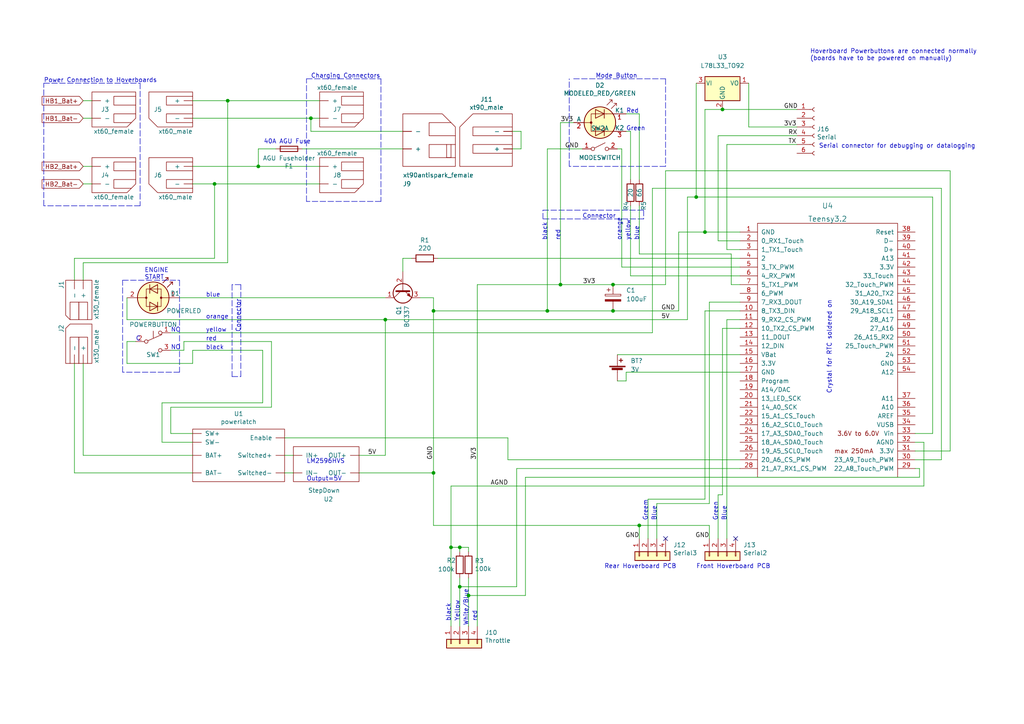
<source format=kicad_sch>
(kicad_sch (version 20211123) (generator eeschema)
  (paper "A4")
  (lib_symbols
    (symbol "Bobbycar_components:StepDown" (pin_names (offset 1.016))
      (property "Reference" "U" (at -1.27 0 0))
      (property "Value" "StepDown" (at 0 6.35 0))
      (symbol "StepDown_0_1"
        (rectangle (start -10.16 5.08) (end 8.89 -5.08))
      )
      (symbol "StepDown_1_1"
        (pin power_in line (at -10.16 2.54 0) (length 2.54) (name "IN+") (number "~"))
        (pin power_in line (at -10.16 -2.54 0) (length 2.54) (name "IN-") (number "~"))
        (pin power_out line (at 8.89 2.54 180) (length 2.54) (name "OUT+") (number "~"))
        (pin power_out line (at 8.89 -2.54 180) (length 2.54) (name "OUT-") (number "~"))
      )
    )
    (symbol "Bobbycar_components:powerlatch" (pin_names (offset 1.016))
      (property "Reference" "U" (at -1.27 6.35 0))
      (property "Value" "powerlatch" (at 0 10.16 0))
      (symbol "powerlatch_0_1"
        (rectangle (start -12.7 8.89) (end 13.97 -6.35))
      )
      (symbol "powerlatch_1_1"
        (pin power_in line (at -12.7 1.27 0) (length 2.54) (name "BAT+") (number "~"))
        (pin power_in line (at -12.7 -3.81 0) (length 2.54) (name "BAT-") (number "~"))
        (pin input line (at 13.97 6.35 180) (length 2.54) (name "Enable") (number "~"))
        (pin input line (at -12.7 7.62 0) (length 2.54) (name "SW+") (number "~"))
        (pin input line (at -12.7 5.08 0) (length 2.54) (name "SW-") (number "~"))
        (pin power_in line (at 13.97 1.27 180) (length 2.54) (name "Switched+") (number "~"))
        (pin power_in line (at 13.97 -3.81 180) (length 2.54) (name "Switched-") (number "~"))
      )
    )
    (symbol "Bobbycar_components:xt30_female" (pin_names (offset 1.016))
      (property "Reference" "J" (at 0 15.24 0))
      (property "Value" "xt30_female" (at 0 12.7 0))
      (symbol "xt30_female_0_1"
        (polyline (pts (xy -2.54 11.43) (xy -2.54 6.35) (xy 0 6.35) (xy 0 11.43)))
        (polyline (pts (xy 0 11.43) (xy 0 6.35) (xy 2.54 6.35) (xy 2.54 11.43)))
      )
      (symbol "xt30_female_1_1"
        (polyline (pts (xy -3.81 0) (xy 3.81 0) (xy 3.81 11.43) (xy -2.54 11.43) (xy -3.81 10.16) (xy -3.81 0)))
        (pin power_out line (at 1.27 0 90) (length 2.54) (name "+") (number "~"))
        (pin power_out line (at -1.27 0 90) (length 2.54) (name "-") (number "~"))
      )
    )
    (symbol "Bobbycar_components:xt30_male" (pin_names (offset 1.016))
      (property "Reference" "J" (at 0 16.51 0))
      (property "Value" "xt30_male" (at 0 13.97 0))
      (symbol "xt30_male_0_1"
        (polyline (pts (xy -2.54 0) (xy -2.54 7.62) (xy 0 7.62) (xy 0 0)))
        (polyline (pts (xy 0 0) (xy 0 7.62) (xy 2.54 7.62) (xy 2.54 0)))
        (polyline (pts (xy -3.81 0) (xy 3.81 0) (xy 3.81 11.43) (xy -2.54 11.43) (xy -3.81 10.16) (xy -3.81 0)))
      )
      (symbol "xt30_male_1_1"
        (pin power_in line (at 1.27 0 90) (length 2.54) (name "+") (number "~"))
        (pin power_in line (at -1.27 0 90) (length 2.54) (name "-") (number "~"))
      )
    )
    (symbol "Bobbycar_components:xt60_female" (pin_names (offset 1.016))
      (property "Reference" "J" (at 0 11.43 0))
      (property "Value" "xt60_female" (at 0 13.97 0))
      (symbol "xt60_female_0_1"
        (polyline (pts (xy -3.81 11.43) (xy -3.81 6.35) (xy -1.27 6.35) (xy -1.27 12.7)))
        (polyline (pts (xy 1.27 12.7) (xy 1.27 6.35) (xy 3.81 6.35) (xy 3.81 12.7)))
      )
      (symbol "xt60_female_1_1"
        (polyline (pts (xy -5.08 0) (xy -5.08 10.16) (xy -2.54 12.7) (xy 5.08 12.7) (xy 5.08 0) (xy -5.08 0)))
        (pin power_out line (at 2.54 0 90) (length 2.54) (name "+") (number "~"))
        (pin power_out line (at -2.54 0 90) (length 2.54) (name "-") (number "~"))
      )
    )
    (symbol "Bobbycar_components:xt60_male" (pin_names (offset 1.016))
      (property "Reference" "J" (at 0 11.43 0))
      (property "Value" "xt60_male" (at 0 13.97 0))
      (symbol "xt60_male_0_1"
        (polyline (pts (xy -3.81 0) (xy -3.81 7.62) (xy -1.27 7.62) (xy -1.27 0)))
        (polyline (pts (xy 1.27 0) (xy 1.27 7.62) (xy 3.81 7.62) (xy 3.81 0)))
        (polyline (pts (xy -5.08 0) (xy -5.08 10.16) (xy -2.54 12.7) (xy 5.08 12.7) (xy 5.08 0) (xy -5.08 0)))
      )
      (symbol "xt60_male_1_1"
        (pin power_in line (at 2.54 0 90) (length 2.54) (name "+") (number "~"))
        (pin power_in line (at -2.54 0 90) (length 2.54) (name "-") (number "~"))
      )
    )
    (symbol "Bobbycar_components:xt90_male" (pin_names (offset 1.016))
      (property "Reference" "J" (at 0 19.05 0))
      (property "Value" "xt90_male" (at 0 16.51 0))
      (symbol "xt90_male_0_1"
        (polyline (pts (xy -3.81 0) (xy -3.81 11.43) (xy -1.27 11.43) (xy -1.27 0)))
        (polyline (pts (xy 1.27 0) (xy 1.27 11.43) (xy 3.81 11.43) (xy 3.81 0)))
      )
      (symbol "xt90_male_1_1"
        (polyline (pts (xy -7.62 0) (xy 7.62 0) (xy 7.62 15.24) (xy -3.81 15.24) (xy -7.62 11.43) (xy -7.62 0)))
        (pin power_in line (at 2.54 0 90) (length 2.54) (name "+") (number "~"))
        (pin power_in line (at -2.54 0 90) (length 2.54) (name "-") (number "~"))
      )
    )
    (symbol "Bobbycar_components:xt90antispark_female" (pin_names (offset 1.016))
      (property "Reference" "J" (at 0 16.51 0))
      (property "Value" "xt90antispark_female" (at 1.27 19.05 0))
      (symbol "xt90antispark_female_0_1"
        (polyline (pts (xy -5.08 13.97) (xy -5.08 7.62) (xy -1.27 7.62) (xy -1.27 15.24)))
        (polyline (pts (xy 1.27 13.97) (xy 5.08 13.97) (xy 5.08 12.7) (xy 1.27 12.7)))
        (polyline (pts (xy 1.27 15.24) (xy 1.27 7.62) (xy 5.08 7.62) (xy 5.08 15.24)))
        (polyline (pts (xy -7.62 0) (xy 7.62 0) (xy 7.62 15.24) (xy -3.81 15.24) (xy -7.62 11.43) (xy -7.62 0)))
      )
      (symbol "xt90antispark_female_1_1"
        (pin power_out line (at 2.54 0 90) (length 2.54) (name "+") (number "~"))
        (pin power_out line (at -2.54 0 90) (length 2.54) (name "-") (number "~"))
      )
    )
    (symbol "Bobbycar_wiring-rescue:LED_Dual_2pin-Device" (pin_names (offset 0) hide)
      (property "Reference" "D" (at 0 5.715 0))
      (property "Value" "LED_Dual_2pin-Device" (at 0 -6.35 0))
      (symbol "LED_Dual_2pin-Device_0_1"
        (circle (center -2.032 0) (radius 0.254) (fill (type outline)))
        (polyline (pts (xy -4.572 0) (xy -2.54 0)))
        (polyline (pts (xy -2.032 0) (xy -2.54 0)))
        (polyline (pts (xy -1.016 3.81) (xy -1.016 1.27)) (stroke (width 0.2032)))
        (polyline (pts (xy 1.27 -1.27) (xy 1.27 -3.81)) (stroke (width 0.2032)))
        (polyline (pts (xy 4.064 0) (xy 2.286 0)) (fill (type outline)))
        (polyline (pts (xy 4.318 5.842) (xy 4.318 5.08)) (stroke (width 0.2032)))
        (polyline (pts (xy 5.588 4.572) (xy 5.588 3.81)) (stroke (width 0.2032)))
        (polyline (pts (xy 2.794 4.318) (xy 4.318 5.842) (xy 3.556 5.842)) (stroke (width 0.2032)))
        (polyline (pts (xy 4.064 3.048) (xy 5.588 4.572) (xy 4.826 4.572)) (stroke (width 0.2032)))
        (polyline (pts (xy -1.016 -1.27) (xy -1.016 -3.81) (xy 1.27 -2.54) (xy -1.016 -1.27)) (stroke (width 0.2032)))
        (polyline (pts (xy 1.27 3.81) (xy 1.27 1.27) (xy -1.016 2.54) (xy 1.27 3.81)) (stroke (width 0.2032)))
        (polyline (pts (xy 2.286 2.54) (xy -2.032 2.54) (xy -2.032 -2.54) (xy 2.286 -2.54) (xy 2.286 2.54)))
        (circle (center 0 0) (radius 4.572) (stroke (width 0.254)) (fill (type background)))
        (circle (center 2.286 0) (radius 0.254) (fill (type outline)))
      )
      (symbol "LED_Dual_2pin-Device_1_1"
        (pin input line (at 7.62 0 180) (length 3.81) (name "KA") (number "1"))
        (pin input line (at -7.62 0 0) (length 3.048) (name "AK") (number "2"))
      )
    )
    (symbol "Bobbycar_wiring-rescue:LED_Dual_CAC-Device" (pin_names (offset 0))
      (property "Reference" "D" (at 0 5.715 0))
      (property "Value" "LED_Dual_CAC-Device" (at 0 -6.35 0))
      (symbol "LED_Dual_CAC-Device_0_1"
        (circle (center -2.54 0) (radius 0.2794) (fill (type outline)))
        (polyline (pts (xy -4.572 0) (xy -2.54 0)))
        (polyline (pts (xy 1.27 -1.27) (xy 1.27 -3.81)) (stroke (width 0.2032)))
        (polyline (pts (xy 1.27 3.81) (xy 1.27 1.27)) (stroke (width 0.2032)))
        (polyline (pts (xy 3.81 -2.54) (xy 1.905 -2.54)))
        (polyline (pts (xy 3.81 2.54) (xy 1.905 2.54)))
        (polyline (pts (xy -1.27 -1.27) (xy -1.27 -3.81) (xy 1.27 -2.54) (xy -1.27 -1.27)) (stroke (width 0.2032)))
        (polyline (pts (xy -1.27 3.81) (xy -1.27 1.27) (xy 1.27 2.54) (xy -1.27 3.81)) (stroke (width 0.2032)))
        (polyline (pts (xy 2.032 2.54) (xy -2.54 2.54) (xy -2.54 -2.54) (xy 2.032 -2.54)))
        (polyline (pts (xy 2.032 5.08) (xy 3.556 6.604) (xy 2.794 6.604) (xy 3.556 6.604) (xy 3.556 5.842)))
        (polyline (pts (xy 3.302 4.064) (xy 4.826 5.588) (xy 4.064 5.588) (xy 4.826 5.588) (xy 4.826 4.826)))
        (circle (center 0 0) (radius 4.572) (stroke (width 0.254)) (fill (type background)))
      )
      (symbol "LED_Dual_CAC-Device_1_1"
        (pin input line (at 7.62 2.54 180) (length 3.81) (name "K1") (number "1"))
        (pin input line (at -7.62 0 0) (length 3.048) (name "A") (number "2"))
        (pin input line (at 7.62 -2.54 180) (length 3.81) (name "K2") (number "3"))
      )
    )
    (symbol "Bobbycar_wiring-rescue:SW_DPST_x2-Switch" (pin_names (offset 0) hide)
      (property "Reference" "SW" (at 0 3.175 0))
      (property "Value" "SW_DPST_x2-Switch" (at 0 -2.54 0))
      (symbol "SW_DPST_x2-Switch_0_0"
        (circle (center -2.032 0) (radius 0.508))
        (polyline (pts (xy -1.524 0.254) (xy 1.524 1.778)))
        (circle (center 2.032 0) (radius 0.508))
      )
      (symbol "SW_DPST_x2-Switch_1_1"
        (pin passive line (at -5.08 0 0) (length 2.54) (name "A") (number "1"))
        (pin passive line (at 5.08 0 180) (length 2.54) (name "B") (number "2"))
      )
      (symbol "SW_DPST_x2-Switch_2_1"
        (pin input line (at -5.08 0 0) (length 2.54) (name "A") (number "3"))
        (pin input line (at 5.08 0 180) (length 2.54) (name "B") (number "4"))
      )
    )
    (symbol "Connector:Conn_01x06_Female" (pin_names (offset 1.016) hide)
      (property "Reference" "J" (at 0 7.62 0))
      (property "Value" "Conn_01x06_Female" (at 0 -10.16 0))
      (symbol "Conn_01x06_Female_1_1"
        (arc (start 0 -7.112) (mid -0.508 -7.62) (end 0 -8.128) (stroke (width 0.1524)))
        (arc (start 0 -4.572) (mid -0.508 -5.08) (end 0 -5.588) (stroke (width 0.1524)))
        (arc (start 0 -2.032) (mid -0.508 -2.54) (end 0 -3.048) (stroke (width 0.1524)))
        (polyline (pts (xy -1.27 -7.62) (xy -0.508 -7.62)) (stroke (width 0.1524)))
        (polyline (pts (xy -1.27 -5.08) (xy -0.508 -5.08)) (stroke (width 0.1524)))
        (polyline (pts (xy -1.27 -2.54) (xy -0.508 -2.54)) (stroke (width 0.1524)))
        (polyline (pts (xy -1.27 0) (xy -0.508 0)) (stroke (width 0.1524)))
        (polyline (pts (xy -1.27 2.54) (xy -0.508 2.54)) (stroke (width 0.1524)))
        (polyline (pts (xy -1.27 5.08) (xy -0.508 5.08)) (stroke (width 0.1524)))
        (arc (start 0 0.508) (mid -0.508 0) (end 0 -0.508) (stroke (width 0.1524)))
        (arc (start 0 3.048) (mid -0.508 2.54) (end 0 2.032) (stroke (width 0.1524)))
        (arc (start 0 5.588) (mid -0.508 5.08) (end 0 4.572) (stroke (width 0.1524)))
        (pin passive line (at -5.08 5.08 0) (length 3.81) (name "Pin_1") (number "1"))
        (pin passive line (at -5.08 2.54 0) (length 3.81) (name "Pin_2") (number "2"))
        (pin passive line (at -5.08 0 0) (length 3.81) (name "Pin_3") (number "3"))
        (pin passive line (at -5.08 -2.54 0) (length 3.81) (name "Pin_4") (number "4"))
        (pin passive line (at -5.08 -5.08 0) (length 3.81) (name "Pin_5") (number "5"))
        (pin passive line (at -5.08 -7.62 0) (length 3.81) (name "Pin_6") (number "6"))
      )
    )
    (symbol "Connector_Generic:Conn_01x04" (pin_names (offset 1.016) hide)
      (property "Reference" "J" (at 0 5.08 0))
      (property "Value" "Conn_01x04" (at 0 -7.62 0))
      (symbol "Conn_01x04_1_1"
        (rectangle (start -1.27 -4.953) (end 0 -5.207) (stroke (width 0.1524)))
        (rectangle (start -1.27 -2.413) (end 0 -2.667) (stroke (width 0.1524)))
        (rectangle (start -1.27 0.127) (end 0 -0.127) (stroke (width 0.1524)))
        (rectangle (start -1.27 2.667) (end 0 2.413) (stroke (width 0.1524)))
        (rectangle (start -1.27 3.81) (end 1.27 -6.35) (stroke (width 0.254)) (fill (type background)))
        (pin passive line (at -5.08 2.54 0) (length 3.81) (name "Pin_1") (number "1"))
        (pin passive line (at -5.08 0 0) (length 3.81) (name "Pin_2") (number "2"))
        (pin passive line (at -5.08 -2.54 0) (length 3.81) (name "Pin_3") (number "3"))
        (pin passive line (at -5.08 -5.08 0) (length 3.81) (name "Pin_4") (number "4"))
      )
    )
    (symbol "Device:Battery_Cell" (pin_numbers hide) (pin_names (offset 0) hide)
      (property "Reference" "BT" (at 2.54 2.54 0))
      (property "Value" "Battery_Cell" (at 2.54 0 0))
      (symbol "Battery_Cell_0_1"
        (rectangle (start -2.286 1.778) (end 2.286 1.524) (fill (type outline)))
        (rectangle (start -1.5748 1.1938) (end 1.4732 0.6858) (fill (type outline)))
        (polyline (pts (xy 0 0.762) (xy 0 0)))
        (polyline (pts (xy 0 1.778) (xy 0 2.54)))
        (polyline (pts (xy 0.508 3.429) (xy 1.524 3.429)) (stroke (width 0.254)))
        (polyline (pts (xy 1.016 3.937) (xy 1.016 2.921)) (stroke (width 0.254)))
      )
      (symbol "Battery_Cell_1_1"
        (pin passive line (at 0 5.08 270) (length 2.54) (name "+") (number "1"))
        (pin passive line (at 0 -2.54 90) (length 2.54) (name "-") (number "2"))
      )
    )
    (symbol "Device:C_Polarized" (pin_numbers hide) (pin_names (offset 0.254))
      (property "Reference" "C" (at 0.635 2.54 0))
      (property "Value" "C_Polarized" (at 0.635 -2.54 0))
      (symbol "C_Polarized_0_1"
        (rectangle (start -2.286 0.508) (end 2.286 1.016))
        (polyline (pts (xy -1.778 2.286) (xy -0.762 2.286)))
        (polyline (pts (xy -1.27 2.794) (xy -1.27 1.778)))
        (rectangle (start 2.286 -0.508) (end -2.286 -1.016) (fill (type outline)))
      )
      (symbol "C_Polarized_1_1"
        (pin passive line (at 0 3.81 270) (length 2.794) (name "~") (number "1"))
        (pin passive line (at 0 -3.81 90) (length 2.794) (name "~") (number "2"))
      )
    )
    (symbol "Device:Fuse" (pin_numbers hide) (pin_names (offset 0))
      (property "Reference" "F" (at 2.032 0 90))
      (property "Value" "Fuse" (at -1.905 0 90))
      (symbol "Fuse_0_1"
        (rectangle (start -0.762 -2.54) (end 0.762 2.54) (stroke (width 0.254)))
        (polyline (pts (xy 0 2.54) (xy 0 -2.54)))
      )
      (symbol "Fuse_1_1"
        (pin passive line (at 0 3.81 270) (length 1.27) (name "~") (number "1"))
        (pin passive line (at 0 -3.81 90) (length 1.27) (name "~") (number "2"))
      )
    )
    (symbol "Device:R" (pin_numbers hide) (pin_names (offset 0))
      (property "Reference" "R" (at 2.032 0 90))
      (property "Value" "R" (at 0 0 90))
      (symbol "R_0_1"
        (rectangle (start -1.016 -2.54) (end 1.016 2.54) (stroke (width 0.254)))
      )
      (symbol "R_1_1"
        (pin passive line (at 0 3.81 270) (length 1.27) (name "~") (number "1"))
        (pin passive line (at 0 -3.81 90) (length 1.27) (name "~") (number "2"))
      )
    )
    (symbol "Regulator_Linear:L78L33_TO92" (pin_names (offset 0.254))
      (property "Reference" "U" (at -3.81 3.175 0))
      (property "Value" "L78L33_TO92" (at 0 3.175 0))
      (symbol "L78L33_TO92_0_1"
        (rectangle (start -5.08 -5.08) (end 5.08 1.905) (stroke (width 0.254)) (fill (type background)))
      )
      (symbol "L78L33_TO92_1_1"
        (pin power_out line (at 7.62 0 180) (length 2.54) (name "VO") (number "1"))
        (pin power_in line (at 0 -7.62 90) (length 2.54) (name "GND") (number "2"))
        (pin power_in line (at -7.62 0 0) (length 2.54) (name "VI") (number "3"))
      )
    )
    (symbol "Switch:SW_Push_SPDT" (pin_names (offset 0) hide)
      (property "Reference" "SW" (at 0 4.318 0))
      (property "Value" "SW_Push_SPDT" (at 0 -5.08 0))
      (symbol "SW_Push_SPDT_0_0"
        (circle (center -2.032 0) (radius 0.508))
        (polyline (pts (xy 0 1.016) (xy 0 3.048)))
        (circle (center 2.032 -2.54) (radius 0.508))
      )
      (symbol "SW_Push_SPDT_0_1"
        (polyline (pts (xy -1.524 0.254) (xy 2.54 2.032)))
        (circle (center 2.032 2.54) (radius 0.508))
      )
      (symbol "SW_Push_SPDT_1_1"
        (pin passive line (at 5.08 2.54 180) (length 2.54) (name "A") (number "1"))
        (pin passive line (at -5.08 0 0) (length 2.54) (name "B") (number "2"))
        (pin passive line (at 5.08 -2.54 180) (length 2.54) (name "C") (number "3"))
      )
    )
    (symbol "Transistor_BJT:BC337" (pin_names (offset 0) hide)
      (property "Reference" "Q" (at 5.08 1.905 0))
      (property "Value" "BC337" (at 5.08 0 0))
      (symbol "BC337_0_1"
        (polyline (pts (xy 0 0) (xy 0.635 0)))
        (polyline (pts (xy 0.635 0.635) (xy 2.54 2.54)))
        (polyline (pts (xy 0.635 -0.635) (xy 2.54 -2.54) (xy 2.54 -2.54)))
        (polyline (pts (xy 0.635 1.905) (xy 0.635 -1.905) (xy 0.635 -1.905)) (stroke (width 0.508)))
        (polyline (pts (xy 1.27 -1.778) (xy 1.778 -1.27) (xy 2.286 -2.286) (xy 1.27 -1.778) (xy 1.27 -1.778)) (fill (type outline)))
        (circle (center 1.27 0) (radius 2.8194) (stroke (width 0.254)))
      )
      (symbol "BC337_1_1"
        (pin passive line (at 2.54 5.08 270) (length 2.54) (name "C") (number "1"))
        (pin input line (at -5.08 0 0) (length 5.08) (name "B") (number "2"))
        (pin passive line (at 2.54 -5.08 90) (length 2.54) (name "E") (number "3"))
      )
    )
    (symbol "teensy:Teensy3.2" (pin_names (offset 1.016))
      (property "Reference" "U" (at 0 39.37 0))
      (property "Value" "Teensy3.2" (at 0 -39.37 0))
      (symbol "Teensy3.2_0_0"
        (text "3.6V to 6.0V" (at 8.89 -24.13 0) (effects (font (size 1.27 1.27))))
        (text "max 250mA" (at 7.62 -29.21 0) (effects (font (size 1.27 1.27))))
      )
      (symbol "Teensy3.2_0_1"
        (rectangle (start -20.32 -36.83) (end 20.32 36.83))
      )
      (symbol "Teensy3.2_1_1"
        (pin power_in line (at -25.4 34.29 0) (length 5.08) (name "GND") (number "1"))
        (pin bidirectional line (at -25.4 11.43 0) (length 5.08) (name "8_TX3_DIN") (number "10"))
        (pin bidirectional line (at -25.4 8.89 0) (length 5.08) (name "9_RX2_CS_PWM") (number "11"))
        (pin bidirectional line (at -25.4 6.35 0) (length 5.08) (name "10_TX2_CS_PWM") (number "12"))
        (pin bidirectional line (at -25.4 3.81 0) (length 5.08) (name "11_DOUT") (number "13"))
        (pin bidirectional line (at -25.4 1.27 0) (length 5.08) (name "12_DIN") (number "14"))
        (pin power_in line (at -25.4 -1.27 0) (length 5.08) (name "VBat") (number "15"))
        (pin power_out line (at -25.4 -3.81 0) (length 5.08) (name "3.3V") (number "16"))
        (pin power_in line (at -25.4 -6.35 0) (length 5.08) (name "GND") (number "17"))
        (pin input line (at -25.4 -8.89 0) (length 5.08) (name "Program") (number "18"))
        (pin bidirectional line (at -25.4 -11.43 0) (length 5.08) (name "A14/DAC") (number "19"))
        (pin bidirectional line (at -25.4 31.75 0) (length 5.08) (name "0_RX1_Touch") (number "2"))
        (pin bidirectional line (at -25.4 -13.97 0) (length 5.08) (name "13_LED_SCK") (number "20"))
        (pin bidirectional line (at -25.4 -16.51 0) (length 5.08) (name "14_A0_SCK") (number "21"))
        (pin bidirectional line (at -25.4 -19.05 0) (length 5.08) (name "15_A1_CS_Touch") (number "22"))
        (pin bidirectional line (at -25.4 -21.59 0) (length 5.08) (name "16_A2_SCL0_Touch") (number "23"))
        (pin bidirectional line (at -25.4 -24.13 0) (length 5.08) (name "17_A3_SDA0_Touch") (number "24"))
        (pin bidirectional line (at -25.4 -26.67 0) (length 5.08) (name "18_A4_SDA0_Touch") (number "25"))
        (pin bidirectional line (at -25.4 -29.21 0) (length 5.08) (name "19_A5_SCL0_Touch") (number "26"))
        (pin bidirectional line (at -25.4 -31.75 0) (length 5.08) (name "20_A6_CS_PWM") (number "27"))
        (pin bidirectional line (at -25.4 -34.29 0) (length 5.08) (name "21_A7_RX1_CS_PWM") (number "28"))
        (pin bidirectional line (at 25.4 -34.29 180) (length 5.08) (name "22_A8_Touch_PWM") (number "29"))
        (pin bidirectional line (at -25.4 29.21 0) (length 5.08) (name "1_TX1_Touch") (number "3"))
        (pin bidirectional line (at 25.4 -31.75 180) (length 5.08) (name "23_A9_Touch_PWM") (number "30"))
        (pin power_out line (at 25.4 -29.21 180) (length 5.08) (name "3.3V") (number "31"))
        (pin power_out line (at 25.4 -26.67 180) (length 5.08) (name "AGND") (number "32"))
        (pin power_in line (at 25.4 -24.13 180) (length 5.08) (name "Vin") (number "33"))
        (pin power_in line (at 25.4 -21.59 180) (length 5.08) (name "VUSB") (number "34"))
        (pin input line (at 25.4 -19.05 180) (length 5.08) (name "AREF") (number "35"))
        (pin bidirectional line (at 25.4 -16.51 180) (length 5.08) (name "A10") (number "36"))
        (pin bidirectional line (at 25.4 -13.97 180) (length 5.08) (name "A11") (number "37"))
        (pin input line (at 25.4 34.29 180) (length 5.08) (name "Reset") (number "38"))
        (pin bidirectional line (at 25.4 31.75 180) (length 5.08) (name "D-") (number "39"))
        (pin bidirectional line (at -25.4 26.67 0) (length 5.08) (name "2") (number "4"))
        (pin bidirectional line (at 25.4 29.21 180) (length 5.08) (name "D+") (number "40"))
        (pin bidirectional line (at 25.4 26.67 180) (length 5.08) (name "A13") (number "41"))
        (pin power_out line (at 25.4 24.13 180) (length 5.08) (name "3.3V") (number "42"))
        (pin bidirectional line (at 25.4 21.59 180) (length 5.08) (name "33_Touch") (number "43"))
        (pin bidirectional line (at 25.4 19.05 180) (length 5.08) (name "32_Touch_PWM") (number "44"))
        (pin bidirectional line (at 25.4 16.51 180) (length 5.08) (name "31_A20_TX2") (number "45"))
        (pin bidirectional line (at 25.4 13.97 180) (length 5.08) (name "30_A19_SDA1") (number "46"))
        (pin bidirectional line (at 25.4 11.43 180) (length 5.08) (name "29_A18_SCL1") (number "47"))
        (pin bidirectional line (at 25.4 8.89 180) (length 5.08) (name "28_A17") (number "48"))
        (pin bidirectional line (at 25.4 6.35 180) (length 5.08) (name "27_A16") (number "49"))
        (pin bidirectional line (at -25.4 24.13 0) (length 5.08) (name "3_TX_PWM") (number "5"))
        (pin bidirectional line (at 25.4 3.81 180) (length 5.08) (name "26_A15_RX2") (number "50"))
        (pin bidirectional line (at 25.4 1.27 180) (length 5.08) (name "25_Touch_PWM") (number "51"))
        (pin bidirectional line (at 25.4 -1.27 180) (length 5.08) (name "24") (number "52"))
        (pin power_in line (at 25.4 -3.81 180) (length 5.08) (name "GND") (number "53"))
        (pin bidirectional line (at 25.4 -6.35 180) (length 5.08) (name "A12") (number "54"))
        (pin bidirectional line (at -25.4 21.59 0) (length 5.08) (name "4_RX_PWM") (number "6"))
        (pin bidirectional line (at -25.4 19.05 0) (length 5.08) (name "5_TX1_PWM") (number "7"))
        (pin bidirectional line (at -25.4 16.51 0) (length 5.08) (name "6_PWM") (number "8"))
        (pin bidirectional line (at -25.4 13.97 0) (length 5.08) (name "7_RX3_DOUT") (number "9"))
      )
    )
  )
  (junction (at 62.23 53.34))
  (junction (at 90.17 34.29))
  (junction (at 111.76 92.71))
  (junction (at 130.81 158.75))
  (junction (at 125.73 137.16))
  (junction (at 185.42 152.4))
  (junction (at 133.35 170.18))
  (junction (at 125.73 90.17))
  (junction (at 133.35 158.75))
  (junction (at 74.93 48.26))
  (junction (at 162.56 82.55))
  (junction (at 209.55 31.75))
  (junction (at 158.75 90.17))
  (junction (at 204.47 67.31))
  (junction (at 177.8 82.55))
  (junction (at 201.93 57.15))
  (junction (at 177.8 90.17))
  (junction (at 66.04 29.21))
  (junction (at 135.89 172.72))
  (no_connect (at 213.36 156.21))
  (no_connect (at 193.04 156.21))
  (wire (pts (xy 85.09 132.08) (xy 82.55 132.08)))
  (wire (pts (xy 55.88 101.6) (xy 76.2 101.6)))
  (wire (pts (xy 62.23 53.34) (xy 62.23 74.93)))
  (wire (pts (xy 181.61 38.1) (xy 182.88 38.1)))
  (wire (pts (xy 151.13 43.18) (xy 148.59 43.18)))
  (wire (pts (xy 74.93 43.18) (xy 74.93 48.26)))
  (polyline (pts (xy 12.7 59.69) (xy 12.7 24.13)))
  (wire (pts (xy 265.43 130.81) (xy 275.59 130.81)))
  (wire (pts (xy 265.43 125.73) (xy 270.51 125.73)))
  (wire (pts (xy 133.35 167.64) (xy 133.35 170.18)))
  (wire (pts (xy 135.89 172.72) (xy 135.89 181.61)))
  (wire (pts (xy 49.53 118.11) (xy 49.53 125.73)))
  (wire (pts (xy 55.88 125.73) (xy 49.53 125.73)))
  (polyline (pts (xy 67.31 82.55) (xy 67.31 109.22)))
  (wire (pts (xy 21.59 137.16) (xy 21.59 105.41)))
  (wire (pts (xy 26.67 53.34) (xy 24.13 53.34)))
  (wire (pts (xy 24.13 48.26) (xy 26.67 48.26)))
  (wire (pts (xy 135.89 158.75) (xy 135.89 160.02)))
  (wire (pts (xy 209.55 95.25) (xy 209.55 143.51)))
  (wire (pts (xy 66.04 29.21) (xy 66.04 76.2)))
  (wire (pts (xy 127 74.93) (xy 214.63 74.93)))
  (wire (pts (xy 111.76 92.71) (xy 111.76 132.08)))
  (wire (pts (xy 265.43 135.89) (xy 266.7 135.89)))
  (wire (pts (xy 177.8 82.55) (xy 162.56 82.55)))
  (polyline (pts (xy 52.07 81.28) (xy 52.07 107.95)))
  (wire (pts (xy 214.63 82.55) (xy 212.09 82.55)))
  (wire (pts (xy 212.09 73.66) (xy 185.42 73.66)))
  (polyline (pts (xy 186.69 60.96) (xy 186.69 63.5)))
  (polyline (pts (xy 40.64 24.13) (xy 40.64 59.69)))
  (wire (pts (xy 148.59 38.1) (xy 151.13 38.1)))
  (wire (pts (xy 133.35 170.18) (xy 149.86 170.18)))
  (wire (pts (xy 55.88 105.41) (xy 55.88 101.6)))
  (wire (pts (xy 133.35 170.18) (xy 133.35 181.61)))
  (wire (pts (xy 185.42 152.4) (xy 185.42 156.21)))
  (wire (pts (xy 275.59 130.81) (xy 275.59 49.53)))
  (wire (pts (xy 209.55 143.51) (xy 208.28 143.51)))
  (wire (pts (xy 62.23 53.34) (xy 92.71 53.34)))
  (wire (pts (xy 24.13 76.2) (xy 24.13 81.28)))
  (wire (pts (xy 162.56 35.56) (xy 162.56 82.55)))
  (wire (pts (xy 158.75 43.18) (xy 168.91 43.18)))
  (wire (pts (xy 270.51 57.15) (xy 201.93 57.15)))
  (wire (pts (xy 78.74 118.11) (xy 49.53 118.11)))
  (wire (pts (xy 24.13 132.08) (xy 55.88 132.08)))
  (wire (pts (xy 76.2 101.6) (xy 76.2 116.84)))
  (wire (pts (xy 87.63 43.18) (xy 116.84 43.18)))
  (wire (pts (xy 125.73 90.17) (xy 158.75 90.17)))
  (wire (pts (xy 193.04 49.53) (xy 275.59 49.53)))
  (wire (pts (xy 66.04 29.21) (xy 92.71 29.21)))
  (polyline (pts (xy 157.48 60.96) (xy 186.69 60.96)))
  (wire (pts (xy 270.51 125.73) (xy 270.51 57.15)))
  (wire (pts (xy 214.63 77.47) (xy 180.34 77.47)))
  (wire (pts (xy 90.17 38.1) (xy 90.17 34.29)))
  (wire (pts (xy 193.04 49.53) (xy 193.04 82.55)))
  (wire (pts (xy 205.74 146.05) (xy 205.74 87.63)))
  (wire (pts (xy 177.8 90.17) (xy 196.85 90.17)))
  (wire (pts (xy 149.86 170.18) (xy 149.86 135.89)))
  (wire (pts (xy 190.5 156.21) (xy 190.5 146.05)))
  (wire (pts (xy 214.63 133.35) (xy 147.32 133.35)))
  (wire (pts (xy 267.97 128.27) (xy 265.43 128.27)))
  (wire (pts (xy 189.23 54.61) (xy 189.23 96.52)))
  (wire (pts (xy 36.83 92.71) (xy 36.83 86.36)))
  (wire (pts (xy 119.38 74.93) (xy 116.84 74.93)))
  (wire (pts (xy 205.74 152.4) (xy 205.74 156.21)))
  (wire (pts (xy 36.83 99.06) (xy 36.83 105.41)))
  (wire (pts (xy 76.2 116.84) (xy 46.99 116.84)))
  (wire (pts (xy 116.84 74.93) (xy 116.84 78.74)))
  (wire (pts (xy 217.17 24.13) (xy 217.17 36.83)))
  (wire (pts (xy 55.88 29.21) (xy 66.04 29.21)))
  (wire (pts (xy 24.13 29.21) (xy 26.67 29.21)))
  (wire (pts (xy 182.88 59.69) (xy 182.88 80.01)))
  (wire (pts (xy 209.55 31.75) (xy 231.14 31.75)))
  (polyline (pts (xy 69.85 109.22) (xy 69.85 82.55)))
  (wire (pts (xy 182.88 38.1) (xy 182.88 52.07)))
  (wire (pts (xy 208.28 69.85) (xy 208.28 39.37)))
  (wire (pts (xy 204.47 90.17) (xy 204.47 144.78)))
  (wire (pts (xy 55.88 137.16) (xy 21.59 137.16)))
  (wire (pts (xy 208.28 39.37) (xy 231.14 39.37)))
  (wire (pts (xy 78.74 99.06) (xy 78.74 118.11)))
  (polyline (pts (xy 165.1 48.26) (xy 165.1 22.86)))
  (wire (pts (xy 36.83 99.06) (xy 39.37 99.06)))
  (wire (pts (xy 125.73 86.36) (xy 125.73 90.17)))
  (wire (pts (xy 204.47 67.31) (xy 214.63 67.31)))
  (wire (pts (xy 214.63 90.17) (xy 204.47 90.17)))
  (wire (pts (xy 187.96 156.21) (xy 187.96 144.78)))
  (wire (pts (xy 80.01 43.18) (xy 74.93 43.18)))
  (wire (pts (xy 180.34 43.18) (xy 180.34 77.47)))
  (wire (pts (xy 74.93 48.26) (xy 92.71 48.26)))
  (polyline (pts (xy 52.07 107.95) (xy 35.56 107.95)))
  (wire (pts (xy 138.43 82.55) (xy 138.43 181.61)))
  (polyline (pts (xy 67.31 109.22) (xy 69.85 109.22)))
  (wire (pts (xy 265.43 133.35) (xy 273.05 133.35)))
  (polyline (pts (xy 40.64 59.69) (xy 12.7 59.69)))
  (wire (pts (xy 181.61 33.02) (xy 185.42 33.02)))
  (wire (pts (xy 52.07 86.36) (xy 111.76 86.36)))
  (polyline (pts (xy 88.9 22.86) (xy 110.49 22.86)))
  (wire (pts (xy 36.83 92.71) (xy 111.76 92.71)))
  (wire (pts (xy 46.99 116.84) (xy 46.99 128.27)))
  (wire (pts (xy 181.61 110.49) (xy 179.07 110.49)))
  (wire (pts (xy 55.88 48.26) (xy 74.93 48.26)))
  (wire (pts (xy 179.07 43.18) (xy 180.34 43.18)))
  (wire (pts (xy 199.39 57.15) (xy 199.39 92.71)))
  (wire (pts (xy 151.13 38.1) (xy 151.13 43.18)))
  (wire (pts (xy 130.81 181.61) (xy 130.81 158.75)))
  (wire (pts (xy 53.34 99.06) (xy 78.74 99.06)))
  (wire (pts (xy 21.59 74.93) (xy 62.23 74.93)))
  (wire (pts (xy 181.61 107.95) (xy 181.61 110.49)))
  (wire (pts (xy 204.47 31.75) (xy 209.55 31.75)))
  (wire (pts (xy 82.55 127) (xy 147.32 127)))
  (wire (pts (xy 162.56 35.56) (xy 166.37 35.56)))
  (wire (pts (xy 55.88 53.34) (xy 62.23 53.34)))
  (polyline (pts (xy 35.56 81.28) (xy 52.07 81.28)))
  (wire (pts (xy 158.75 90.17) (xy 177.8 90.17)))
  (wire (pts (xy 204.47 144.78) (xy 187.96 144.78)))
  (polyline (pts (xy 35.56 107.95) (xy 35.56 81.28)))
  (wire (pts (xy 199.39 92.71) (xy 111.76 92.71)))
  (wire (pts (xy 133.35 158.75) (xy 135.89 158.75)))
  (wire (pts (xy 190.5 146.05) (xy 205.74 146.05)))
  (wire (pts (xy 266.7 135.89) (xy 266.7 138.43)))
  (wire (pts (xy 179.07 102.87) (xy 214.63 102.87)))
  (wire (pts (xy 149.86 135.89) (xy 214.63 135.89)))
  (polyline (pts (xy 193.04 22.86) (xy 193.04 48.26)))
  (wire (pts (xy 214.63 80.01) (xy 182.88 80.01)))
  (wire (pts (xy 185.42 33.02) (xy 185.42 52.07)))
  (polyline (pts (xy 186.69 63.5) (xy 157.48 63.5)))
  (polyline (pts (xy 110.49 22.86) (xy 110.49 58.42)))
  (wire (pts (xy 85.09 137.16) (xy 82.55 137.16)))
  (polyline (pts (xy 110.49 58.42) (xy 88.9 58.42)))
  (wire (pts (xy 104.14 132.08) (xy 111.76 132.08)))
  (wire (pts (xy 46.99 128.27) (xy 55.88 128.27)))
  (wire (pts (xy 267.97 140.97) (xy 267.97 128.27)))
  (wire (pts (xy 205.74 87.63) (xy 214.63 87.63)))
  (wire (pts (xy 210.82 92.71) (xy 210.82 156.21)))
  (wire (pts (xy 210.82 41.91) (xy 210.82 72.39)))
  (wire (pts (xy 125.73 152.4) (xy 185.42 152.4)))
  (wire (pts (xy 217.17 36.83) (xy 231.14 36.83)))
  (wire (pts (xy 273.05 54.61) (xy 189.23 54.61)))
  (wire (pts (xy 130.81 158.75) (xy 130.81 140.97)))
  (wire (pts (xy 49.53 96.52) (xy 189.23 96.52)))
  (wire (pts (xy 201.93 24.13) (xy 201.93 57.15)))
  (wire (pts (xy 185.42 152.4) (xy 205.74 152.4)))
  (wire (pts (xy 147.32 133.35) (xy 147.32 127)))
  (polyline (pts (xy 69.85 82.55) (xy 67.31 82.55)))
  (wire (pts (xy 152.4 138.43) (xy 152.4 172.72)))
  (wire (pts (xy 49.53 101.6) (xy 53.34 101.6)))
  (wire (pts (xy 214.63 69.85) (xy 208.28 69.85)))
  (wire (pts (xy 208.28 143.51) (xy 208.28 156.21)))
  (wire (pts (xy 130.81 158.75) (xy 133.35 158.75)))
  (wire (pts (xy 130.81 140.97) (xy 267.97 140.97)))
  (wire (pts (xy 135.89 167.64) (xy 135.89 172.72)))
  (wire (pts (xy 24.13 105.41) (xy 24.13 132.08)))
  (wire (pts (xy 210.82 92.71) (xy 214.63 92.71)))
  (wire (pts (xy 214.63 95.25) (xy 209.55 95.25)))
  (polyline (pts (xy 193.04 48.26) (xy 165.1 48.26)))
  (wire (pts (xy 36.83 105.41) (xy 55.88 105.41)))
  (wire (pts (xy 158.75 43.18) (xy 158.75 90.17)))
  (polyline (pts (xy 157.48 63.5) (xy 157.48 60.96)))
  (polyline (pts (xy 12.7 24.13) (xy 40.64 24.13)))
  (wire (pts (xy 201.93 57.15) (xy 199.39 57.15)))
  (wire (pts (xy 196.85 90.17) (xy 196.85 67.31)))
  (wire (pts (xy 266.7 138.43) (xy 152.4 138.43)))
  (wire (pts (xy 135.89 172.72) (xy 152.4 172.72)))
  (wire (pts (xy 138.43 82.55) (xy 162.56 82.55)))
  (wire (pts (xy 125.73 90.17) (xy 125.73 137.16)))
  (wire (pts (xy 204.47 67.31) (xy 204.47 31.75)))
  (wire (pts (xy 121.92 86.36) (xy 125.73 86.36)))
  (wire (pts (xy 104.14 137.16) (xy 125.73 137.16)))
  (wire (pts (xy 116.84 38.1) (xy 90.17 38.1)))
  (wire (pts (xy 210.82 41.91) (xy 231.14 41.91)))
  (wire (pts (xy 24.13 76.2) (xy 66.04 76.2)))
  (wire (pts (xy 133.35 158.75) (xy 133.35 160.02)))
  (wire (pts (xy 196.85 67.31) (xy 204.47 67.31)))
  (wire (pts (xy 212.09 82.55) (xy 212.09 73.66)))
  (wire (pts (xy 26.67 34.29) (xy 24.13 34.29)))
  (polyline (pts (xy 166.37 22.86) (xy 193.04 22.86)))
  (wire (pts (xy 55.88 34.29) (xy 90.17 34.29)))
  (wire (pts (xy 53.34 101.6) (xy 53.34 99.06)))
  (wire (pts (xy 210.82 72.39) (xy 214.63 72.39)))
  (polyline (pts (xy 88.9 58.42) (xy 88.9 22.86)))
  (wire (pts (xy 185.42 59.69) (xy 185.42 73.66)))
  (wire (pts (xy 21.59 81.28) (xy 21.59 74.93)))
  (wire (pts (xy 273.05 133.35) (xy 273.05 54.61)))
  (wire (pts (xy 193.04 82.55) (xy 177.8 82.55)))
  (wire (pts (xy 125.73 137.16) (xy 125.73 152.4)))
  (wire (pts (xy 90.17 34.29) (xy 92.71 34.29)))
  (wire (pts (xy 214.63 107.95) (xy 181.61 107.95)))
  (text "40A AGU Fuse" (at 90.17 41.91 180) (effects (font (size 1.27 1.27)) (justify right bottom)))
  (text "black" (at 158.75 69.85 90) (effects (font (size 1.27 1.27)) (justify left bottom)))
  (text "Front Hoverboard PCB" (at 201.93 165.1 0) (effects (font (size 1.27 1.27)) (justify left bottom)))
  (text "orange" (at 180.34 69.85 90) (effects (font (size 1.27 1.27)) (justify left bottom)))
  (text "Hoverboard Powerbuttons are connected normally\n(boards have to be powered on manually)" (at 234.95 17.78 0) (effects (font (size 1.27 1.27)) (justify left bottom)))
  (text "Connector" (at 168.91 63.5 0) (effects (font (size 1.27 1.27)) (justify left bottom)))
  (text "red" (at 59.69 99.06 0) (effects (font (size 1.27 1.27)) (justify left bottom)))
  (text "yellow" (at 59.69 96.52 0) (effects (font (size 1.27 1.27)) (justify left bottom)))
  (text "Connector" (at 69.85 96.52 90) (effects (font (size 1.27 1.27)) (justify left bottom)))
  (text "Rear Hoverboard PCB" (at 175.26 165.1 0) (effects (font (size 1.27 1.27)) (justify left bottom)))
  (text "Blue" (at 210.82 151.13 90) (effects (font (size 1.27 1.27)) (justify left bottom)))
  (text "yellow" (at 182.88 69.85 90) (effects (font (size 1.27 1.27)) (justify left bottom)))
  (text "red" (at 138.43 180.34 90) (effects (font (size 1.27 1.27)) (justify left bottom)))
  (text "blue" (at 185.42 69.85 90) (effects (font (size 1.27 1.27)) (justify left bottom)))
  (text "Serial connector for debugging or datalogging" (at 237.49 43.18 0) (effects (font (size 1.27 1.27)) (justify left bottom)))
  (text "Green" (at 208.28 151.13 90) (effects (font (size 1.27 1.27)) (justify left bottom)))
  (text "Greem" (at 187.96 151.13 90) (effects (font (size 1.27 1.27)) (justify left bottom)))
  (text "Yellow" (at 133.35 180.34 90) (effects (font (size 1.27 1.27)) (justify left bottom)))
  (text "Charging Connectors" (at 90.17 22.86 0) (effects (font (size 1.27 1.27)) (justify left bottom)))
  (text "Output=5V" (at 88.9 139.7 0) (effects (font (size 1.27 1.27)) (justify left bottom)))
  (text "red" (at 162.56 69.85 90) (effects (font (size 1.27 1.27)) (justify left bottom)))
  (text "C" (at 39.37 99.06 0) (effects (font (size 1.27 1.27)) (justify left bottom)))
  (text "ENGINE\nSTART" (at 41.91 81.28 0) (effects (font (size 1.27 1.27)) (justify left bottom)))
  (text "Blue" (at 190.5 151.13 90) (effects (font (size 1.27 1.27)) (justify left bottom)))
  (text "blue" (at 59.69 86.36 0) (effects (font (size 1.27 1.27)) (justify left bottom)))
  (text "Crystal for RTC soldered on" (at 241.3 114.3 90) (effects (font (size 1.27 1.27)) (justify left bottom)))
  (text "Mode Button" (at 172.72 22.86 0) (effects (font (size 1.27 1.27)) (justify left bottom)))
  (text "Green" (at 181.61 38.1 0) (effects (font (size 1.27 1.27)) (justify left bottom)))
  (text "orange" (at 59.69 92.71 0) (effects (font (size 1.27 1.27)) (justify left bottom)))
  (text "Power Connection to Hoverboards" (at 12.7 24.13 0) (effects (font (size 1.27 1.27)) (justify left bottom)))
  (text "White/Blue" (at 135.89 181.61 90) (effects (font (size 1.27 1.27)) (justify left bottom)))
  (text "black" (at 59.69 101.6 0) (effects (font (size 1.27 1.27)) (justify left bottom)))
  (text "NC" (at 49.53 96.52 0) (effects (font (size 1.27 1.27)) (justify left bottom)))
  (text "NO" (at 49.53 101.6 0) (effects (font (size 1.27 1.27)) (justify left bottom)))
  (text "LM2596HVS" (at 88.9 134.62 0) (effects (font (size 1.27 1.27)) (justify left bottom)))
  (text "Red" (at 181.61 33.02 0) (effects (font (size 1.27 1.27)) (justify left bottom)))
  (text "black" (at 130.81 180.34 90) (effects (font (size 1.27 1.27)) (justify left bottom)))
  (label "3V3" (at 172.72 82.55 180))
  (label "GND" (at 125.73 133.35 90))
  (label "5V" (at 106.68 132.08 0))
  (label "5V" (at 191.77 92.71 0))
  (label "3V3" (at 162.56 35.56 0))
  (label "RX" (at 228.6 39.37 0))
  (label "GND" (at 191.77 90.17 0))
  (label "GND" (at 163.83 43.18 0))
  (label "GND" (at 227.33 31.75 0))
  (label "AGND" (at 142.24 140.97 0))
  (label "TX" (at 228.6 41.91 0))
  (label "3V3" (at 138.43 133.35 90))
  (label "GND" (at 185.42 156.21 180))
  (label "3V3" (at 227.33 36.83 0))
  (label "GND" (at 205.74 156.21 180))
  (global_label "HB1_Bat+" (shape input) (at 24.13 29.21 180) (property "Intersheet References" "${INTERSHEET_REFS}" (effects hide)))
  (global_label "HB2_Bat+" (shape input) (at 24.13 48.26 180) (property "Intersheet References" "${INTERSHEET_REFS}" (effects hide)))
  (global_label "HB1_Bat-" (shape input) (at 24.13 34.29 180) (property "Intersheet References" "${INTERSHEET_REFS}" (effects hide)))
  (global_label "HB2_Bat-" (shape input) (at 24.13 53.34 180) (property "Intersheet References" "${INTERSHEET_REFS}" (effects hide)))
  (symbol (lib_id "Bobbycar_components:StepDown") (at 95.25 134.62 0) (unit 1)
    (property "Reference" "U2" (at 95.25 144.78 0))
    (property "Value" "StepDown" (at 93.98 142.24 0))
  )
  (symbol (lib_id "Bobbycar_components:powerlatch") (at 68.58 133.35 0) (unit 1)
    (property "Reference" "U1" (at 69.215 120.015 0))
    (property "Value" "powerlatch" (at 69.215 122.3264 0))
  )
  (symbol (lib_id "Switch:SW_Push_SPDT") (at 44.45 99.06 0) (unit 1)
    (property "Reference" "SW1" (at 44.45 102.87 0))
    (property "Value" "POWERBUTTON" (at 44.45 94.1324 0))
  )
  (symbol (lib_id "Transistor_BJT:BC337") (at 116.84 83.82 90) (mirror x) (unit 1)
    (property "Reference" "Q1" (at 115.6716 88.646 0) (effects (justify left)))
    (property "Value" "BC337" (at 117.983 88.646 0) (effects (justify left)))
    (property "Footprint" "Package_TO_SOT_THT:TO-92_Inline" (effects hide))
    (property "Datasheet" "http://www.nxp.com/documents/data_sheet/BC817_BC817W_BC337.pdf" (effects hide))
  )
  (symbol (lib_id "Device:R") (at 123.19 74.93 270) (unit 1)
    (property "Reference" "R1" (at 123.19 69.6722 90))
    (property "Value" "220" (at 123.19 71.9836 90))
  )
  (symbol (lib_id "Connector:Conn_01x06_Female") (at 236.22 36.83 0) (unit 1)
    (property "Reference" "J16" (at 236.9312 37.4396 0) (effects (justify left)))
    (property "Value" "Serial" (at 236.9312 39.751 0) (effects (justify left)))
  )
  (symbol (lib_id "Connector_Generic:Conn_01x04") (at 187.96 161.29 90) (mirror x) (unit 1)
    (property "Reference" "J12" (at 195.2752 158.0642 90) (effects (justify right)))
    (property "Value" "Serial3" (at 195.2752 160.3756 90) (effects (justify right)))
  )
  (symbol (lib_id "Connector_Generic:Conn_01x04") (at 208.28 161.29 90) (mirror x) (unit 1)
    (property "Reference" "J13" (at 215.5952 158.0642 90) (effects (justify right)))
    (property "Value" "Serial2" (at 215.5952 160.3756 90) (effects (justify right)))
  )
  (symbol (lib_id "Device:Fuse") (at 83.82 43.18 90) (unit 1)
    (property "Reference" "F1" (at 83.82 48.1838 90))
    (property "Value" "AGU Fuseholder" (at 83.82 45.8724 90))
  )
  (symbol (lib_id "Bobbycar_components:xt60_male") (at 55.88 31.75 90) (unit 1)
    (property "Reference" "J5" (at 46.99 31.75 90) (effects (justify left)))
    (property "Value" "xt60_male" (at 55.88 38.1 90) (effects (justify left)))
  )
  (symbol (lib_id "Bobbycar_components:xt60_male") (at 55.88 50.8 90) (unit 1)
    (property "Reference" "J6" (at 46.99 50.8 90) (effects (justify left)))
    (property "Value" "xt60_male" (at 55.88 57.15 90) (effects (justify left)))
  )
  (symbol (lib_id "Bobbycar_components:xt60_female") (at 92.71 31.75 270) (mirror x) (unit 1)
    (property "Reference" "J7" (at 97.79 31.75 90))
    (property "Value" "xt60_female" (at 97.79 25.4 90))
  )
  (symbol (lib_id "Bobbycar_components:xt60_female") (at 92.71 50.8 270) (mirror x) (unit 1)
    (property "Reference" "J8" (at 97.79 50.8 90))
    (property "Value" "xt60_female" (at 97.79 44.45 90))
  )
  (symbol (lib_id "Bobbycar_components:xt90antispark_female") (at 116.84 40.64 270) (unit 1)
    (property "Reference" "J9" (at 116.84 53.34 90) (effects (justify left)))
    (property "Value" "xt90antispark_female" (at 116.84 50.8 90) (effects (justify left)))
  )
  (symbol (lib_id "Bobbycar_components:xt90_male") (at 148.59 40.64 90) (mirror x) (unit 1)
    (property "Reference" "J11" (at 141.1224 28.829 90))
    (property "Value" "xt90_male" (at 141.1224 31.1404 90))
  )
  (symbol (lib_id "Connector_Generic:Conn_01x04") (at 133.35 186.69 90) (mirror x) (unit 1)
    (property "Reference" "J10" (at 140.6652 183.4642 90) (effects (justify right)))
    (property "Value" "Throttle" (at 140.6652 185.7756 90) (effects (justify right)))
  )
  (symbol (lib_id "Bobbycar_components:xt30_male") (at 22.86 105.41 0) (unit 1)
    (property "Reference" "J2" (at 17.78 96.52 90) (effects (justify left)))
    (property "Value" "xt30_male" (at 27.94 105.41 90) (effects (justify left)))
  )
  (symbol (lib_id "Bobbycar_components:xt30_female") (at 22.86 81.28 0) (mirror x) (unit 1)
    (property "Reference" "J1" (at 17.78 83.82 90) (effects (justify right)))
    (property "Value" "xt30_female" (at 27.94 92.71 90) (effects (justify right)))
  )
  (symbol (lib_id "Bobbycar_wiring-rescue:SW_DPST_x2-Switch") (at 173.99 43.18 0) (unit 1)
    (property "Reference" "SW2" (at 173.99 37.211 0))
    (property "Value" "MODESWITCH" (at 173.99 45.72 0))
  )
  (symbol (lib_id "Bobbycar_wiring-rescue:LED_Dual_2pin-Device") (at 44.45 86.36 0) (unit 1)
    (property "Reference" "D1" (at 50.8 85.09 0))
    (property "Value" "POWERLED" (at 53.34 90.17 0))
  )
  (symbol (lib_id "Bobbycar_wiring-rescue:LED_Dual_CAC-Device") (at 173.99 35.56 0) (unit 1)
    (property "Reference" "D2" (at 173.99 24.765 0))
    (property "Value" "MODELED_RED/GREEN" (at 173.99 27.0764 0))
  )
  (symbol (lib_id "Device:R") (at 185.42 55.88 180) (unit 1)
    (property "Reference" "R5" (at 186.69 59.69 90))
    (property "Value" "66" (at 185.42 55.88 90))
  )
  (symbol (lib_id "Device:R") (at 182.88 55.88 180) (unit 1)
    (property "Reference" "R4" (at 181.61 59.69 90))
    (property "Value" "20" (at 182.88 55.88 90))
  )
  (symbol (lib_id "Device:R") (at 133.35 163.83 0) (unit 1)
    (property "Reference" "R2" (at 129.54 162.56 0) (effects (justify left)))
    (property "Value" "100k" (at 127 165.1 0) (effects (justify left)))
  )
  (symbol (lib_id "Device:R") (at 135.89 163.83 0) (unit 1)
    (property "Reference" "R3" (at 137.668 162.6616 0) (effects (justify left)))
    (property "Value" "100k" (at 137.668 164.973 0) (effects (justify left)))
  )
  (symbol (lib_id "Bobbycar_components:xt60_female") (at 26.67 31.75 270) (mirror x) (unit 1)
    (property "Reference" "J3" (at 30.48 31.75 90))
    (property "Value" "xt60_female" (at 33.02 38.1 90))
  )
  (symbol (lib_id "Bobbycar_components:xt60_female") (at 26.67 50.8 270) (mirror x) (unit 1)
    (property "Reference" "J4" (at 30.48 50.8 90))
    (property "Value" "xt60_female" (at 33.02 57.15 90))
  )
  (symbol (lib_id "Regulator_Linear:L78L33_TO92") (at 209.55 24.13 0) (unit 1)
    (property "Reference" "U3" (at 209.55 16.51 0))
    (property "Value" "L78L33_TO92" (at 209.55 19.05 0))
    (property "Footprint" "Package_TO_SOT_THT:TO-92_Inline" (effects hide))
    (property "Datasheet" "http://www.st.com/content/ccc/resource/technical/document/datasheet/15/55/e5/aa/23/5b/43/fd/CD00000446.pdf/files/CD00000446.pdf/jcr:content/translations/en.CD00000446.pdf" (effects hide))
  )
  (symbol (lib_id "Device:C_Polarized") (at 177.8 86.36 0) (unit 1)
    (property "Reference" "C1" (at 181.61 84.2009 0) (effects (justify left)))
    (property "Value" "100uF" (at 181.61 86.7409 0) (effects (justify left)))
  )
  (symbol (lib_id "Device:Battery_Cell") (at 179.07 107.95 0) (unit 1)
    (property "Reference" "BT?" (at 182.88 104.6479 0) (effects (justify left)))
    (property "Value" "3V" (at 182.88 107.1879 0) (effects (justify left)))
  )
  (symbol (lib_id "teensy:Teensy3.2") (at 240.03 101.6 0) (unit 1)
    (property "Reference" "U4" (at 240.03 59.69 0) (effects (font (size 1.524 1.524))))
    (property "Value" "Teensy3.2" (at 240.03 63.5 0) (effects (font (size 1.524 1.524))))
  )
)
</source>
